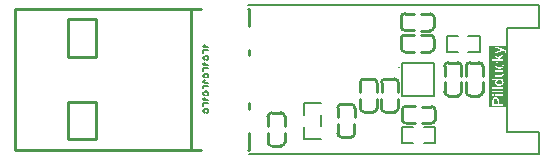
<source format=gto>
G04 Layer: TopSilkscreenLayer*
G04 EasyEDA Pro v2.1.64.d1969c9c.217bcf, 2024-08-09 12:31:45*
G04 Gerber Generator version 0.3*
G04 Scale: 100 percent, Rotated: No, Reflected: No*
G04 Dimensions in millimeters*
G04 Leading zeros omitted, absolute positions, 3 integers and 5 decimals*
%FSLAX35Y35*%
%MOMM*%
%ADD10C,0.15*%
%ADD11C,0.2*%
%ADD12C,0.1524*%
%ADD13C,0.254*%
%ADD14C,0.1*%
G75*


G04 Text Start*
G54D10*
G01X-3175740Y4632317D02*
G01X-3208252Y4632317D01*
G01X-3214094Y4634095D01*
G01X-3216126Y4636127D01*
G01X-3218158Y4640191D01*
G01Y4644255D01*
G01X-3216126Y4648319D01*
G01X-3214094Y4650351D01*
G01X-3208252Y4652383D01*
G01X-3204188D01*
G01X-3175740Y4607679D02*
G01X-3218158Y4607679D01*
G01X-3218158Y4607679D02*
G01X-3218158Y4583295D01*
G01X-3185900Y4528177D02*
G01X-3181836Y4530209D01*
G01X-3177772Y4534273D01*
G01X-3175740Y4538337D01*
G01Y4546465D01*
G01X-3177772Y4550529D01*
G01X-3181836Y4554593D01*
G01X-3185900Y4556625D01*
G01X-3191996Y4558657D01*
G01X-3202156D01*
G01X-3208252Y4556625D01*
G01X-3212316Y4554593D01*
G01X-3216126Y4550529D01*
G01X-3218158Y4546465D01*
G01Y4538337D01*
G01X-3216126Y4534273D01*
G01X-3212316Y4530209D01*
G01X-3208252Y4528177D01*
G01X-3175740Y4483219D02*
G01X-3208252Y4483219D01*
G01X-3214094Y4485251D01*
G01X-3216126Y4487283D01*
G01X-3218158Y4491347D01*
G01Y4495411D01*
G01X-3216126Y4499475D01*
G01X-3214094Y4501507D01*
G01X-3208252Y4503539D01*
G01X-3204188D01*
G01X-3175740Y4458581D02*
G01X-3218158Y4458581D01*
G01X-3218158Y4458581D02*
G01X-3218158Y4434197D01*
G01X-3185900Y4379079D02*
G01X-3181836Y4381111D01*
G01X-3177772Y4385175D01*
G01X-3175740Y4389239D01*
G01Y4397367D01*
G01X-3177772Y4401431D01*
G01X-3181836Y4405495D01*
G01X-3185900Y4407527D01*
G01X-3191996Y4409559D01*
G01X-3202156D01*
G01X-3208252Y4407527D01*
G01X-3212316Y4405495D01*
G01X-3216126Y4401431D01*
G01X-3218158Y4397367D01*
G01Y4389239D01*
G01X-3216126Y4385175D01*
G01X-3212316Y4381111D01*
G01X-3208252Y4379079D01*
G01X-3175740Y4334121D02*
G01X-3208252Y4334121D01*
G01X-3214094Y4336153D01*
G01X-3216126Y4338185D01*
G01X-3218158Y4342249D01*
G01Y4346313D01*
G01X-3216126Y4350377D01*
G01X-3214094Y4352409D01*
G01X-3208252Y4354441D01*
G01X-3204188D01*
G01X-3175740Y4309483D02*
G01X-3218158Y4309483D01*
G01X-3218158Y4309483D02*
G01X-3218158Y4285099D01*
G01X-3185900Y4229981D02*
G01X-3181836Y4232013D01*
G01X-3177772Y4236077D01*
G01X-3175740Y4240141D01*
G01Y4248269D01*
G01X-3177772Y4252333D01*
G01X-3181836Y4256397D01*
G01X-3185900Y4258429D01*
G01X-3191996Y4260461D01*
G01X-3202156D01*
G01X-3208252Y4258429D01*
G01X-3212316Y4256397D01*
G01X-3216126Y4252333D01*
G01X-3218158Y4248269D01*
G01Y4240141D01*
G01X-3216126Y4236077D01*
G01X-3212316Y4232013D01*
G01X-3208252Y4229981D01*
G01X-3175740Y4185023D02*
G01X-3208252Y4185023D01*
G01X-3214094Y4187055D01*
G01X-3216126Y4189087D01*
G01X-3218158Y4193151D01*
G01Y4197215D01*
G01X-3216126Y4201279D01*
G01X-3214094Y4203311D01*
G01X-3208252Y4205343D01*
G01X-3204188D01*
G01X-3175740Y4160385D02*
G01X-3218158Y4160385D01*
G01X-3218158Y4160385D02*
G01X-3218158Y4136001D01*
G01X-3185900Y4080883D02*
G01X-3181836Y4082915D01*
G01X-3177772Y4086979D01*
G01X-3175740Y4091043D01*
G01Y4099171D01*
G01X-3177772Y4103235D01*
G01X-3181836Y4107299D01*
G01X-3185900Y4109331D01*
G01X-3191996Y4111363D01*
G01X-3202156D01*
G01X-3208252Y4109331D01*
G01X-3212316Y4107299D01*
G01X-3216126Y4103235D01*
G01X-3218158Y4099171D01*
G01Y4091043D01*
G01X-3216126Y4086979D01*
G01X-3212316Y4082915D01*
G01X-3208252Y4080883D01*
G36*
G01X-796544Y4643323D02*
G01X-796544Y4579874D01*
G01X-746100D01*
G01Y4592472D01*
G01X-745134Y4592676D01*
G01X-741985Y4593844D01*
G01X-740207Y4594454D01*
G01X-737057Y4595622D01*
G01X-735279Y4596232D01*
G01X-732130Y4597400D01*
G01X-730352Y4598010D01*
G01X-727202Y4599178D01*
G01X-725424Y4599788D01*
G01X-722274Y4600956D01*
G01X-720496Y4601566D01*
G01X-718566Y4602328D01*
G01X-716178Y4603140D01*
G01X-707492Y4606290D01*
G01X-705155Y4607052D01*
G01X-703174Y4607865D01*
G01X-699262Y4609033D01*
G01X-697484Y4609643D01*
G01X-695300Y4610202D01*
G01X-693522Y4610811D01*
G01X-693217Y4611065D01*
G01X-693522Y4611421D01*
G01X-695300Y4611980D01*
G01X-697687Y4612589D01*
G01X-702767Y4614164D01*
G01X-715772Y4618888D01*
G01X-717753Y4619650D01*
G01X-719531Y4620260D01*
G01X-725830Y4622648D01*
G01X-727608Y4623206D01*
G01X-730758Y4624375D01*
G01X-732739Y4625188D01*
G01X-735076Y4625950D01*
G01X-737057Y4626762D01*
G01X-738835Y4627372D01*
G01X-745134Y4629709D01*
G01X-746100Y4629912D01*
G01Y4635602D01*
G01X-745744Y4641342D01*
G01X-744525Y4640936D01*
G01X-738226Y4638599D01*
G01X-736295Y4637786D01*
G01X-731926Y4636211D01*
G01X-729945Y4635449D01*
G01X-728218Y4634840D01*
G01X-699821Y4624222D01*
G01X-698043Y4623613D01*
G01X-675996Y4615332D01*
G01X-674014Y4614570D01*
G01X-671881Y4613758D01*
G01X-669900Y4612996D01*
G01X-666344Y4611421D01*
G01X-664362Y4610608D01*
G01X-662432Y4609643D01*
G01X-660451Y4608424D01*
G01X-659079Y4607458D01*
G01X-657860Y4606646D01*
G01X-656692Y4605680D01*
G01X-655726Y4604715D01*
G01X-654152Y4602734D01*
G01X-653136Y4601362D01*
G01X-652374Y4599381D01*
G01X-651764Y4597806D01*
G01X-651561Y4593285D01*
G01X-651764Y4589120D01*
G01X-652170Y4587748D01*
G01X-652932Y4585970D01*
G01X-654507Y4585411D01*
G01X-659282Y4584802D01*
G01X-661416Y4584598D01*
G01X-662991D01*
G01X-662788Y4585767D01*
G01X-662432Y4587545D01*
G01X-662229Y4590339D01*
G01X-662432Y4593488D01*
G01X-662788Y4595063D01*
G01X-663397Y4596638D01*
G01X-664159Y4598010D01*
G01X-664972Y4598975D01*
G01X-665937Y4599991D01*
G01X-666953Y4600753D01*
G01X-668528Y4601566D01*
G01X-670509Y4602328D01*
G01X-673659Y4603496D01*
G01X-677164Y4604715D01*
G01X-678739Y4605071D01*
G01X-680314Y4604715D01*
G01X-683463Y4603496D01*
G01X-685444Y4602734D01*
G01X-689813Y4601159D01*
G01X-691744Y4600346D01*
G01X-694893Y4599178D01*
G01X-696874Y4598416D01*
G01X-701192Y4596841D01*
G01X-705155Y4595266D01*
G01X-709473Y4593692D01*
G01X-711454Y4592879D01*
G01X-714604Y4591710D01*
G01X-716585Y4590898D01*
G01X-720903Y4589323D01*
G01X-722884Y4588561D01*
G01X-726034Y4587342D01*
G01X-728015Y4586580D01*
G01X-732333Y4585005D01*
G01X-734314Y4584192D01*
G01X-742188Y4581246D01*
G01X-743560Y4580687D01*
G01X-745134Y4580077D01*
G01X-746100Y4579874D01*
G01X-796544D01*
G01Y4521200D01*
G01X-771703D01*
G01Y4532986D01*
G01X-746303D01*
G01X-720293Y4533189D01*
G01X-719988Y4533443D01*
G01X-720141Y4533798D01*
G01X-720903Y4534764D01*
G01X-728218Y4542079D01*
G01X-729793Y4543247D01*
G01X-745541Y4558995D01*
G01X-745998Y4561230D01*
G01X-746100Y4567072D01*
G01X-745998Y4572711D01*
G01X-745744Y4574184D01*
G01X-743356Y4571797D01*
G01X-742188Y4570222D01*
G01X-731368Y4559402D01*
G01X-729386Y4557014D01*
G01X-722478Y4550156D01*
G01X-721512Y4549343D01*
G01X-720141Y4549750D01*
G01X-711251Y4555642D01*
G01X-708508Y4557624D01*
G01X-680161Y4576521D01*
G01X-679145Y4577131D01*
G01Y4570019D01*
G01X-679298Y4564634D01*
G01X-679755Y4562551D01*
G01X-681126Y4561586D01*
G01X-682904Y4560367D01*
G01X-686054Y4558436D01*
G01X-689610Y4556049D01*
G01X-692760Y4554068D01*
G01X-696265Y4551731D01*
G01X-699414Y4549750D01*
G01X-702970Y4547362D01*
G01X-704952Y4546194D01*
G01X-708508Y4543857D01*
G01X-710489Y4542638D01*
G01X-712267Y4541469D01*
G01X-712673Y4540758D01*
G01X-712419Y4539894D01*
G01X-711251Y4538523D01*
G01X-706323Y4533595D01*
G01X-702666Y4533138D01*
G01X-692556Y4532986D01*
G01X-679145D01*
G01Y4521200D01*
G01X-771703D01*
G01X-796544D01*
G01Y4482389D01*
G01X-747674D01*
G01X-747522Y4488282D01*
G01X-747116Y4490669D01*
G01X-746709Y4492447D01*
G01X-746100Y4494378D01*
G01X-745541Y4495952D01*
G01X-744931Y4497375D01*
G01X-744169Y4498746D01*
G01X-743356Y4499915D01*
G01X-742798Y4500880D01*
G01X-741985Y4501896D01*
G01X-739038Y4504842D01*
G01X-737667Y4506011D01*
G01X-736092Y4507027D01*
G01X-734720Y4507789D01*
G01X-733146Y4508602D01*
G01X-731164Y4509364D01*
G01X-729386Y4509973D01*
G01X-727608Y4510329D01*
G01X-726694Y4510227D01*
G01X-726237Y4509567D01*
G01X-725830Y4507586D01*
G01X-725424Y4504842D01*
G01X-725068Y4502455D01*
G01X-724865Y4500524D01*
G01X-725119Y4499407D01*
G01X-725830Y4498950D01*
G01X-727608Y4498340D01*
G01X-729386Y4497527D01*
G01X-730961Y4496765D01*
G01X-732333Y4495952D01*
G01X-733501Y4494987D01*
G01X-735482Y4493006D01*
G01X-736448Y4491634D01*
G01X-737464Y4489653D01*
G01X-738022Y4487875D01*
G01X-738226Y4484370D01*
G01X-738022Y4480814D01*
G01X-737870Y4479442D01*
G01X-737464Y4477868D01*
G01X-736651Y4476090D01*
G01X-735889Y4474515D01*
G01X-734873Y4472940D01*
G01X-733704Y4471568D01*
G01X-731723Y4469587D01*
G01X-730758Y4468774D01*
G01X-729386Y4468012D01*
G01X-727812Y4467200D01*
G01X-726034Y4466438D01*
G01X-724256Y4465828D01*
G01X-720293Y4465066D01*
G01X-714807Y4464660D01*
G01X-713232Y4464456D01*
G01X-711657Y4464660D01*
G01X-709066Y4464863D01*
G01X-706120Y4465066D01*
G01X-703783Y4465422D01*
G01X-701802Y4465828D01*
G01X-700227Y4466234D01*
G01X-698449Y4466844D01*
G01X-696671Y4467606D01*
G01X-695096Y4468419D01*
G01X-693928Y4469181D01*
G01X-691947Y4470756D01*
G01X-690982Y4471721D01*
G01X-690169Y4472737D01*
G01X-689407Y4473905D01*
G01X-688594Y4475277D01*
G01X-687832Y4477055D01*
G01X-687222Y4478833D01*
G01X-687019Y4482592D01*
G01X-687222Y4486300D01*
G01X-687629Y4488078D01*
G01X-688188Y4489856D01*
G01X-689000Y4491431D01*
G01X-689813Y4492803D01*
G01X-690575Y4493819D01*
G01X-691744Y4495190D01*
G01X-693115Y4496359D01*
G01X-694131Y4497172D01*
G01X-695503Y4497934D01*
G01X-697687Y4498746D01*
G01X-700227Y4499508D01*
G01X-702615Y4500118D01*
G01X-703326Y4500474D01*
G01X-703580Y4501083D01*
G01X-703377Y4502455D01*
G01X-702970Y4505604D01*
G01X-702615Y4508398D01*
G01X-702412Y4510176D01*
G01X-702208Y4511345D01*
G01X-700430Y4511142D01*
G01X-697687Y4510532D01*
G01X-695300Y4509770D01*
G01X-693522Y4508957D01*
G01X-689966Y4507179D01*
G01X-688594Y4506214D01*
G01X-687426Y4505401D01*
G01X-686257Y4504436D01*
G01X-683870Y4502099D01*
G01X-682701Y4500524D01*
G01X-681736Y4499102D01*
G01X-680720Y4497527D01*
G01X-679958Y4496156D01*
G01X-679348Y4494581D01*
G01X-678739Y4492803D01*
G01X-678180Y4490872D01*
G01X-677774Y4489094D01*
G01X-677570Y4483354D01*
G01X-677977Y4476648D01*
G01X-678739Y4473702D01*
G01X-679552Y4471365D01*
G01X-681126Y4468216D01*
G01X-682092Y4466438D01*
G01X-683108Y4464863D01*
G01X-684073Y4463644D01*
G01X-688035Y4459732D01*
G01X-689000Y4458919D01*
G01X-690169Y4458157D01*
G01X-691744Y4457192D01*
G01X-693725Y4456176D01*
G01X-695706Y4455414D01*
G01X-697840Y4454601D01*
G01X-699821Y4454042D01*
G01X-703783Y4453230D01*
G01X-707695Y4452823D01*
G01X-711860Y4452620D01*
G01X-715975Y4452823D01*
G01X-717347Y4453026D01*
G01X-719938Y4453230D01*
G01X-722274Y4453636D01*
G01X-724052Y4454042D01*
G01X-726643Y4454601D01*
G01X-728980Y4455414D01*
G01X-730961Y4456176D01*
G01X-734111Y4457751D01*
G01X-736092Y4458919D01*
G01X-737667Y4460138D01*
G01X-739597Y4461713D01*
G01X-741172Y4463644D01*
G01X-742391Y4465066D01*
G01X-743560Y4466844D01*
G01X-744525Y4468571D01*
G01X-745338Y4470349D01*
G01X-746100Y4472330D01*
G01X-746709Y4474108D01*
G01X-747522Y4477664D01*
G01X-747674Y4482389D01*
G01X-796544D01*
G01Y4438447D01*
G01X-746100D01*
G01X-679145D01*
G01Y4428236D01*
G01X-683463D01*
G01X-686664Y4428084D01*
G01X-687629Y4427626D01*
G01X-686613Y4426661D01*
G01X-685444Y4425645D01*
G01X-683463Y4423664D01*
G01X-681888Y4421734D01*
G01X-679958Y4418584D01*
G01X-679348Y4417162D01*
G01X-678739Y4415587D01*
G01X-678180Y4413656D01*
G01X-677774Y4411878D01*
G01X-677570Y4406748D01*
G01X-677977Y4401007D01*
G01X-678536Y4399280D01*
G01X-678942Y4397705D01*
G01X-679552Y4396130D01*
G01X-681330Y4392574D01*
G01X-682295Y4391203D01*
G01X-683870Y4389222D01*
G01X-684682Y4388409D01*
G01X-686054Y4387444D01*
G01X-687629Y4386478D01*
G01X-689204Y4385666D01*
G01X-691540Y4384904D01*
G01X-693522Y4384294D01*
G01X-696671Y4383888D01*
G01X-721716Y4383684D01*
G01X-746100D01*
G01Y4395114D01*
G01X-725830D01*
G01X-704952Y4395318D01*
G01X-699059Y4395724D01*
G01X-697687Y4395927D01*
G01X-695706Y4396283D01*
G01X-693928Y4397096D01*
G01X-692760Y4397705D01*
G01X-691744Y4398467D01*
G01X-689813Y4400448D01*
G01X-689000Y4401617D01*
G01X-688188Y4403192D01*
G01X-687629Y4404766D01*
G01X-687222Y4407154D01*
G01Y4409491D01*
G01X-687426Y4411066D01*
G01X-687832Y4413453D01*
G01X-688594Y4415993D01*
G01X-689407Y4417771D01*
G01X-690372Y4419346D01*
G01X-691388Y4420718D01*
G01X-692150Y4421734D01*
G01X-693115Y4422699D01*
G01X-694538Y4423664D01*
G01X-696265Y4424680D01*
G01X-698043Y4425442D01*
G01X-700227Y4426052D01*
G01X-702208Y4426458D01*
G01X-707339Y4426814D01*
G01X-726999Y4427017D01*
G01X-746100D01*
G01Y4438447D01*
G01X-796544D01*
G01Y4365955D01*
G01X-771703D01*
G01X-679145D01*
G01Y4355338D01*
G01X-685851D01*
G01X-685444Y4354525D01*
G01X-684682Y4353357D01*
G01X-683666Y4352595D01*
G01X-682295Y4351223D01*
G01X-681126Y4349648D01*
G01X-680314Y4348429D01*
G01X-679552Y4346854D01*
G01X-678739Y4345076D01*
G01X-678180Y4343298D01*
G01X-677774Y4341724D01*
G01X-677570Y4336644D01*
G01X-677774Y4331513D01*
G01X-678383Y4329532D01*
G01X-679145Y4327144D01*
G01X-679958Y4325214D01*
G01X-680720Y4323639D01*
G01X-681736Y4322064D01*
G01X-683108Y4320083D01*
G01X-684276Y4318508D01*
G01X-687222Y4315562D01*
G01X-688188Y4314749D01*
G01X-689610Y4313784D01*
G01X-691540Y4312615D01*
G01X-693115Y4311599D01*
G01X-695909Y4310431D01*
G01X-697484Y4309821D01*
G01X-699262Y4309262D01*
G01X-701192Y4308653D01*
G01X-702970Y4308246D01*
G01X-705764Y4307891D01*
G01X-712064Y4307688D01*
G01X-718718Y4307891D01*
G01X-721106Y4308246D01*
G01X-723087Y4308653D01*
G01X-724459Y4308856D01*
G01X-726034Y4309262D01*
G01X-729590Y4310431D01*
G01X-731571Y4311193D01*
G01X-733704Y4312209D01*
G01X-735686Y4313377D01*
G01X-738429Y4315358D01*
G01X-739800Y4316527D01*
G01X-741782Y4318508D01*
G01X-742798Y4319880D01*
G01X-743966Y4321658D01*
G01X-744931Y4323232D01*
G01X-745744Y4325010D01*
G01X-746506Y4326992D01*
G01X-747116Y4328922D01*
G01X-747522Y4330700D01*
G01X-747674Y4335069D01*
G01X-747522Y4339793D01*
G01X-747116Y4341724D01*
G01X-746506Y4343908D01*
G01X-745744Y4346092D01*
G01X-744728Y4347870D01*
G01X-743560Y4349648D01*
G01X-742594Y4351020D01*
G01X-741782Y4351985D01*
G01X-740816Y4352950D01*
G01X-740004Y4353966D01*
G01X-743864Y4354424D01*
G01X-755752Y4354525D01*
G01X-771703D01*
G01Y4365955D01*
G01X-796544D01*
G01Y4294276D01*
G01X-771703D01*
G01X-679145D01*
G01Y4282440D01*
G01X-771703D01*
G01Y4294276D01*
G01X-796544D01*
G01Y4265117D01*
G01X-771703D01*
G01X-679145D01*
G01Y4253687D01*
G01X-771703D01*
G01Y4265117D01*
G01X-796544D01*
G01Y4236771D01*
G01X-771703D01*
G01X-759104D01*
G01X-746100D01*
G01X-679145D01*
G01Y4224934D01*
G01X-746100D01*
G01Y4236771D01*
G01X-759104D01*
G01Y4224934D01*
G01X-771703D01*
G01Y4236771D01*
G01X-796544D01*
G01Y4139844D01*
G01X-771703D01*
G01Y4161892D01*
G01X-771550Y4184548D01*
G01X-771347Y4185920D01*
G01X-771144Y4187698D01*
G01X-770738Y4190086D01*
G01X-770128Y4192829D01*
G01X-769366Y4195216D01*
G01X-768553Y4197147D01*
G01X-767791Y4198722D01*
G01X-766826Y4200296D01*
G01X-765810Y4201719D01*
G01X-765048Y4202684D01*
G01X-763067Y4204665D01*
G01X-761695Y4205834D01*
G01X-760324Y4206799D01*
G01X-758901Y4207612D01*
G01X-757326Y4208374D01*
G01X-755955Y4208983D01*
G01X-754380Y4209593D01*
G01X-752450Y4210152D01*
G01X-750672Y4210558D01*
G01X-746303Y4210964D01*
G01X-745134D01*
G01X-742950Y4210761D01*
G01X-740410Y4210558D01*
G01X-738429Y4210152D01*
G01X-735279Y4209390D01*
G01X-733704Y4208780D01*
G01X-730555Y4207205D01*
G01X-728980Y4206240D01*
G01X-727608Y4205224D01*
G01X-726643Y4204665D01*
G01X-725627Y4203852D01*
G01X-723646Y4201871D01*
G01X-722681Y4200500D01*
G01X-721716Y4198925D01*
G01X-720903Y4197553D01*
G01X-720141Y4195978D01*
G01X-719328Y4193845D01*
G01X-718718Y4192067D01*
G01X-717956Y4188511D01*
G01X-717550Y4185768D01*
G01X-717144Y4181399D01*
G01X-716991Y4166464D01*
G01Y4152087D01*
G01X-679145D01*
G01Y4139844D01*
G01X-771703D01*
G01X-796544D01*
G01Y4129989D01*
G01X-649986D01*
G01Y4643323D01*
G37*
G36*
G01X-711251Y4355338D02*
G01X-717956Y4355135D01*
G01X-719531Y4354932D01*
G01X-721919Y4354525D01*
G01X-723849Y4353966D01*
G01X-725424Y4353560D01*
G01X-726999Y4352950D01*
G01X-730148Y4351376D01*
G01X-731368Y4350614D01*
G01X-733298Y4349039D01*
G01X-734314Y4348023D01*
G01X-735076Y4347058D01*
G01X-735889Y4345889D01*
G01X-736651Y4344518D01*
G01X-737260Y4343146D01*
G01X-737870Y4341571D01*
G01X-738226Y4337609D01*
G01X-737870Y4333088D01*
G01X-737057Y4330903D01*
G01X-736295Y4329328D01*
G01X-735076Y4327550D01*
G01X-733908Y4325976D01*
G01X-731571Y4323994D01*
G01X-730148Y4323029D01*
G01X-728574Y4322267D01*
G01X-727202Y4321658D01*
G01X-725627Y4321048D01*
G01X-723646Y4320489D01*
G01X-721919Y4320083D01*
G01X-718718Y4319676D01*
G01X-713435Y4319473D01*
G01X-707695Y4319676D01*
G01X-704952Y4320083D01*
G01X-702005Y4320692D01*
G01X-698449Y4321861D01*
G01X-696265Y4322826D01*
G01X-694538Y4323994D01*
G01X-693115Y4325010D01*
G01X-691185Y4326992D01*
G01X-689610Y4328922D01*
G01X-688594Y4330344D01*
G01X-687832Y4332072D01*
G01X-687426Y4333646D01*
G01X-687222Y4334662D01*
G01X-687019Y4337609D01*
G01X-687426Y4341724D01*
G01X-688188Y4343908D01*
G01X-689000Y4345483D01*
G01X-689813Y4346651D01*
G01X-690372Y4347667D01*
G01X-691185Y4348632D01*
G01X-692150Y4349648D01*
G01X-693522Y4350817D01*
G01X-695300Y4351985D01*
G01X-697078Y4352950D01*
G01X-699059Y4353763D01*
G01X-700634Y4354373D01*
G01X-704545Y4355135D01*
G37*
G36*
G01X-743763Y4198163D02*
G01X-746303Y4197960D01*
G01X-748690Y4197553D01*
G01X-751230Y4196994D01*
G01X-753415Y4195978D01*
G01X-754786Y4195013D01*
G01X-755752Y4194404D01*
G01X-757174Y4193235D01*
G01X-758342Y4191660D01*
G01X-759104Y4190492D01*
G01X-759917Y4188917D01*
G01X-760476Y4187342D01*
G01X-760882Y4184193D01*
G01X-761086Y4167835D01*
G01Y4152087D01*
G01X-744525D01*
G01X-727812Y4152240D01*
G01X-727608Y4164889D01*
G01X-727812Y4177843D01*
G01X-728015Y4179824D01*
G01X-728218Y4182212D01*
G01X-728574Y4184548D01*
G01X-729183Y4187139D01*
G01X-729945Y4189273D01*
G01X-730961Y4191254D01*
G01X-731926Y4192626D01*
G01X-732739Y4193642D01*
G01X-733704Y4194607D01*
G01X-734720Y4195420D01*
G01X-736092Y4196182D01*
G01X-737870Y4196994D01*
G01X-739800Y4197553D01*
G01X-741578Y4197960D01*
G37*
G04 Text End*

G04 PolygonModel Start*
G54D11*
G01X-650000Y4640002D02*
G01X-650000Y4800003D01*
G01X-380000D01*
G01X-650000Y4640002D02*
G01X-650000Y3920002D01*
G01X-380000D01*
G01X-380000Y4800003D02*
G01X-380000Y4990003D01*
G01X-2838628D01*
G01X-380000Y3920002D02*
G01X-380000Y3729465D01*
G01X-2830001D01*
G54D12*
G01X-1264211Y4504050D02*
G01X-1264211Y4218310D01*
G01X-1264211Y4218310D02*
G01X-1539949Y4218310D01*
G01X-1539949Y4218310D02*
G01X-1539949Y4504050D01*
G01X-1539949Y4504050D02*
G01X-1264211Y4504050D01*
G54D13*
G01X-1265618Y4886297D02*
G01X-1265618Y4806295D01*
G01X-1376594Y4917283D02*
G01X-1296596Y4917283D01*
G01X-1376594Y4775317D02*
G01X-1296596Y4775317D01*
G01X-1434183Y4917864D02*
G01X-1514183Y4917864D01*
G01X-1545166Y4886881D02*
G01X-1545166Y4806884D01*
G01X-1434183Y4775904D02*
G01X-1514183Y4775904D01*
G01X-1545171Y4886881D02*
G02X-1514188Y4917864I30983J0D01*
G01X-1514188Y4775899D02*
G02X-1545171Y4806884I0J30983D01*
G01X-1296601Y4917283D02*
G02X-1265618Y4886297I0J-30983D01*
G01X-1265618Y4806300D02*
G02X-1296601Y4775317I-30983J0D01*
G01X-1265618Y4705957D02*
G01X-1265618Y4625955D01*
G01X-1376594Y4736943D02*
G01X-1296596Y4736943D01*
G01X-1376594Y4594977D02*
G01X-1296596Y4594977D01*
G01X-1434183Y4737524D02*
G01X-1514183Y4737524D01*
G01X-1545166Y4706541D02*
G01X-1545166Y4626544D01*
G01X-1434183Y4595564D02*
G01X-1514183Y4595564D01*
G01X-1545171Y4706541D02*
G02X-1514188Y4737524I30983J0D01*
G01X-1514188Y4595559D02*
G02X-1545171Y4626544I0J30983D01*
G01X-1296601Y4736943D02*
G02X-1265618Y4705957I0J-30983D01*
G01X-1265618Y4625960D02*
G02X-1296601Y4594977I-30983J0D01*
G01X-884583Y4224719D02*
G01X-964585Y4224719D01*
G01X-853597Y4335694D02*
G01X-853597Y4255696D01*
G01X-995563Y4335694D02*
G01X-995563Y4255696D01*
G01X-853016Y4393283D02*
G01X-853016Y4473283D01*
G01X-883999Y4504266D02*
G01X-963996Y4504266D01*
G01X-994976Y4393283D02*
G01X-994976Y4473283D01*
G01X-883999Y4504271D02*
G02X-853016Y4473288I0J-30983D01*
G01X-994981Y4473288D02*
G02X-963996Y4504271I30983J0D01*
G01X-853597Y4255701D02*
G02X-884583Y4224719I-30983J0D01*
G01X-964580Y4224719D02*
G02X-995563Y4255701I0J30983D01*
G01X-1064923Y4224719D02*
G01X-1144925Y4224719D01*
G01X-1033937Y4335694D02*
G01X-1033937Y4255696D01*
G01X-1175903Y4335694D02*
G01X-1175903Y4255696D01*
G01X-1033356Y4393283D02*
G01X-1033356Y4473283D01*
G01X-1064339Y4504266D02*
G01X-1144336Y4504266D01*
G01X-1175316Y4393283D02*
G01X-1175316Y4473283D01*
G01X-1064339Y4504271D02*
G02X-1033356Y4473288I0J-30983D01*
G01X-1175321Y4473288D02*
G02X-1144336Y4504271I30983J0D01*
G01X-1033937Y4255701D02*
G02X-1064923Y4224719I-30983J0D01*
G01X-1144920Y4224719D02*
G02X-1175903Y4255701I0J30983D01*
G01X-1859577Y4365262D02*
G01X-1779575Y4365262D01*
G01X-1890562Y4254286D02*
G01X-1890562Y4334284D01*
G01X-1748597Y4254286D02*
G01X-1748597Y4334284D01*
G01X-1891144Y4196697D02*
G01X-1891144Y4116697D01*
G01X-1860161Y4085714D02*
G01X-1780164Y4085714D01*
G01X-1749183Y4196697D02*
G01X-1749183Y4116697D01*
G01X-1860161Y4085709D02*
G02X-1891144Y4116692I0J30983D01*
G01X-1749178Y4116692D02*
G02X-1780164Y4085709I-30983J0D01*
G01X-1890562Y4334279D02*
G02X-1859577Y4365262I30983J0D01*
G01X-1779580Y4365262D02*
G02X-1748597Y4334279I0J-30983D01*
G01X-1679237Y4365262D02*
G01X-1599235Y4365262D01*
G01X-1710222Y4254286D02*
G01X-1710222Y4334284D01*
G01X-1568257Y4254286D02*
G01X-1568257Y4334284D01*
G01X-1710804Y4196697D02*
G01X-1710804Y4116697D01*
G01X-1679821Y4085714D02*
G01X-1599824Y4085714D01*
G01X-1568843Y4196697D02*
G01X-1568843Y4116697D01*
G01X-1679821Y4085709D02*
G02X-1710804Y4116692I0J30983D01*
G01X-1568838Y4116692D02*
G02X-1599824Y4085709I-30983J0D01*
G01X-1710222Y4334279D02*
G02X-1679237Y4365262I30983J0D01*
G01X-1599240Y4365262D02*
G02X-1568257Y4334279I0J-30983D01*
G54D12*
G01X-2223539Y4163281D02*
G01X-2368781Y4163281D01*
G01X-2368781Y4163281D02*
G01X-2368781Y4060119D01*
G01X-2223539Y3858039D02*
G01X-2368781Y3858039D01*
G01X-2368781Y3858039D02*
G01X-2368781Y3961201D01*
G01X-2223539Y4056200D02*
G01X-2223539Y3965120D01*
G54D13*
G01X-2049577Y4152202D02*
G01X-1969575Y4152202D01*
G01X-2080563Y4041226D02*
G01X-2080563Y4121224D01*
G01X-1938597Y4041226D02*
G01X-1938597Y4121224D01*
G01X-2081144Y3983637D02*
G01X-2081144Y3903637D01*
G01X-2050161Y3872654D02*
G01X-1970164Y3872654D01*
G01X-1939184Y3983637D02*
G01X-1939184Y3903637D01*
G01X-2050161Y3872649D02*
G02X-2081144Y3903632I0J30983D01*
G01X-1939178Y3903632D02*
G02X-1970164Y3872649I-30983J0D01*
G01X-2080563Y4121219D02*
G02X-2049577Y4152202I30983J0D01*
G01X-1969580Y4152202D02*
G02X-1938597Y4121219I0J-30983D01*
G01X-2640937Y4078542D02*
G01X-2560935Y4078542D01*
G01X-2671923Y3967566D02*
G01X-2671923Y4047564D01*
G01X-2529957Y3967566D02*
G01X-2529957Y4047564D01*
G01X-2672504Y3909977D02*
G01X-2672504Y3829977D01*
G01X-2641521Y3798994D02*
G01X-2561524Y3798994D01*
G01X-2530544Y3909977D02*
G01X-2530544Y3829977D01*
G01X-2641521Y3798989D02*
G02X-2672504Y3829972I0J30983D01*
G01X-2530538Y3829972D02*
G02X-2561524Y3798989I-30983J0D01*
G01X-2671923Y4047559D02*
G02X-2640937Y4078542I30983J0D01*
G01X-2560940Y4078542D02*
G02X-2529957Y4047559I0J-30983D01*
G54D12*
G01X-1354539Y3825220D02*
G01X-1258651Y3825220D01*
G01X-1258651Y3825220D02*
G01X-1258651Y3957340D01*
G01X-1258651Y3957340D02*
G01X-1354539Y3957340D01*
G01X-1439781Y3825220D02*
G01X-1535669Y3825220D01*
G01X-1535669Y3825220D02*
G01X-1535669Y3957340D01*
G01X-1535669Y3957340D02*
G01X-1439781Y3957340D01*
G54D13*
G01X-1536162Y4021483D02*
G01X-1536162Y4101485D01*
G01X-1425186Y3990497D02*
G01X-1505184Y3990497D01*
G01X-1425186Y4132463D02*
G01X-1505184Y4132463D01*
G01X-1367597Y3989916D02*
G01X-1287597Y3989916D01*
G01X-1256614Y4020899D02*
G01X-1256614Y4100896D01*
G01X-1367597Y4131876D02*
G01X-1287597Y4131876D01*
G01X-1256609Y4020899D02*
G02X-1287592Y3989916I-30983J0D01*
G01X-1287592Y4131882D02*
G02X-1256609Y4100896I0J-30983D01*
G01X-1505179Y3990497D02*
G02X-1536162Y4021483I0J30983D01*
G01X-1536162Y4101480D02*
G02X-1505179Y4132463I30983J0D01*
G54D12*
G01X-1061161Y4729500D02*
G01X-1157049Y4729500D01*
G01X-1157049Y4729500D02*
G01X-1157049Y4597380D01*
G01X-1157049Y4597380D02*
G01X-1061161Y4597380D01*
G01X-975919Y4729500D02*
G01X-880031Y4729500D01*
G01X-880031Y4729500D02*
G01X-880031Y4597380D01*
G01X-880031Y4597380D02*
G01X-975919Y4597380D01*
G54D13*
G01X-3321317Y3761189D02*
G01X-3321317Y4961186D01*
G01X-2844135Y4961186D02*
G01X-2838628Y4961186D01*
G01X-3238523Y3761189D02*
G01X-4816325Y3761189D01*
G01X-4816325Y3761189D02*
G01X-4816325Y4961186D01*
G01X-4816325Y4961186D02*
G01X-3238523Y4961186D01*
G01X-2831328Y3908555D02*
G01X-2831328Y3761189D01*
G01X-2831328Y3761189D02*
G01X-2844135Y3761189D01*
G01X-2831328Y4158567D02*
G01X-2831328Y4113807D01*
G01X-2831328Y4608553D02*
G01X-2831328Y4563819D01*
G01X-2844135Y4961186D02*
G01X-2831328Y4961186D01*
G01X-2831328Y4961186D02*
G01X-2831328Y4813805D01*
G04 PolygonModel End*

G04 Rect Start*
G01X-4124020Y4170693D02*
G01X-4365320Y4170693D01*
G01Y3853193D01*
G01X-4124020D01*
G01Y4170693D01*
G01X-4124020Y4869193D02*
G01X-4365320Y4869193D01*
G01Y4551693D01*
G01X-4124020D01*
G01Y4869193D01*
G04 Rect End*

G04 Circle Start*
G54D14*
G01X-1566088Y4463186D02*
G03X-1556080Y4463186I5004J0D01*
G03X-1566088I-5004J0D01*
G04 Circle End*

M02*

</source>
